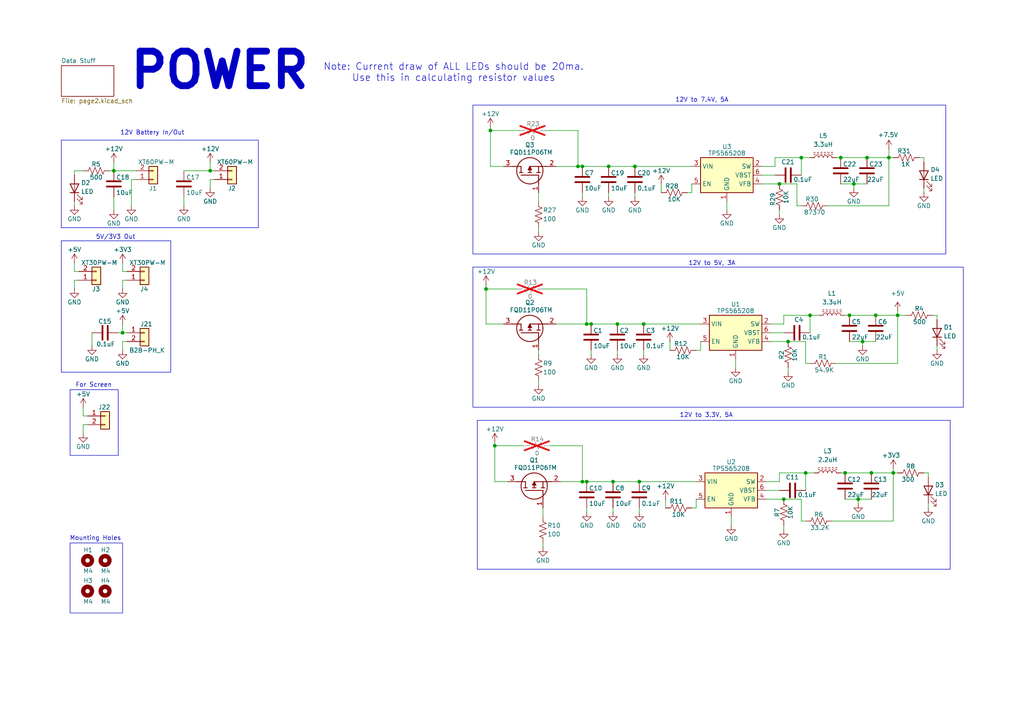
<source format=kicad_sch>
(kicad_sch (version 20250114) (generator "eeschema") (generator_version "9.0")
  (paper "A4")
  (title_block (title "Main Board 2024-2025") (rev "1.1") (company "GRR") (comment 1 "Currently WIP"))
  (lib_symbols
    (symbol "Connector_Generic:Conn_01x02" (pin_names (offset 1.016) (hide yes))
      (property "Reference" "J" (at 0 2.54 0))
      (property "Value" "Conn_01x02" (at 0 -5.08 0))
      (symbol "Conn_01x02_1_1"
        (pin passive line (at -5.08 0 0) (length 3.81) (name "Pin_1") (number "1"))
        (pin passive line (at -5.08 -2.54 0) (length 3.81) (name "Pin_2") (number "2"))
      )
    )
    (symbol "Device:C" (pin_numbers (hide yes)) (pin_names (offset 0.254))
      (property "Reference" "C" (at 0.635 2.54 0))
      (property "Value" "C" (at 0.635 -2.54 0))
      (symbol "C_1_1"
        (pin passive line (at 0 3.81 270) (length 2.794) (name "~") (number "1"))
        (pin passive line (at 0 -3.81 90) (length 2.794) (name "~") (number "2"))
      )
    )
    (symbol "Device:LED" (pin_numbers (hide yes)) (pin_names (offset 1.016) (hide yes))
      (property "Reference" "D" (at 0 2.54 0))
      (property "Value" "LED" (at 0 -2.54 0))
      (symbol "LED_1_1"
        (pin passive line (at -3.81 0 0) (length 2.54) (name "K") (number "1"))
        (pin passive line (at 3.81 0 180) (length 2.54) (name "A") (number "2"))
      )
    )
    (symbol "Device:L_Ferrite" (pin_numbers (hide yes)) (pin_names (offset 1.016) (hide yes))
      (property "Reference" "L" (at -1.27 0 90))
      (property "Value" "L_Ferrite" (at 2.794 0 90))
      (symbol "L_Ferrite_1_1"
        (pin passive line (at 0 3.81 270) (length 1.27) (name "1") (number "1"))
        (pin passive line (at 0 -3.81 90) (length 1.27) (name "2") (number "2"))
      )
    )
    (symbol "Device:R_US" (pin_numbers (hide yes)) (pin_names (offset 0))
      (property "Reference" "R" (at 2.54 0 90))
      (property "Value" "R_US" (at -2.54 0 90))
      (symbol "R_US_1_1"
        (pin passive line (at 0 3.81 270) (length 1.27) (name "~") (number "1"))
        (pin passive line (at 0 -3.81 90) (length 1.27) (name "~") (number "2"))
      )
    )
    (symbol "FQD11P06TM:FQD11P06TM" (pin_names (hide yes))
      (property "Reference" "Q" (at 11.43 3.81 0))
      (property "Value" "FQD11P06TM" (at 11.43 1.27 0))
      (symbol "FQD11P06TM_1_1"
        (pin passive line (at 0 0 0) (length 2.54) (name "G") (number "1"))
        (pin passive line (at 7.62 10.16 270) (length 2.54) (name "D") (number "3"))
        (pin passive line (at 7.62 -5.08 90) (length 2.54) (name "S") (number "2"))
      )
    )
    (symbol "Mechanical:MountingHole" (pin_names (offset 1.016)) (exclude_from_sim yes) (in_bom no)
      (property "Reference" "H" (at 0 5.08 0))
      (property "Value" "MountingHole" (at 0 3.175 0))
    )
    (symbol "Regulator_Switching:TPS565208"
      (property "Reference" "U" (at -7.62 6.35 0))
      (property "Value" "TPS565208" (at -2.54 6.35 0))
      (symbol "TPS565208_1_1"
        (pin power_in line (at -10.16 2.54 0) (length 2.54) (name "VIN") (number "3"))
        (pin input line (at -10.16 -2.54 0) (length 2.54) (name "EN") (number "5"))
        (pin power_in line (at 0 -7.62 90) (length 2.54) (name "GND") (number "1"))
        (pin output line (at 10.16 2.54 180) (length 2.54) (name "SW") (number "2"))
        (pin passive line (at 10.16 0 180) (length 2.54) (name "VBST") (number "6"))
        (pin input line (at 10.16 -2.54 180) (length 2.54) (name "VFB") (number "4"))
      )
    )
    (symbol "power:+12V" (power) (pin_numbers (hide yes)) (pin_names (offset 0) (hide yes))
      (property "Value" "+12V" (at 0 3.556 0))
      (symbol "+12V_1_1"
        (pin power_in line (at 0 0 90) (length 0) (name "~") (number "1"))
      )
    )
    (symbol "power:+3V3" (power) (pin_numbers (hide yes)) (pin_names (offset 0) (hide yes))
      (property "Value" "+3V3" (at 0 3.556 0))
      (symbol "+3V3_1_1"
        (pin power_in line (at 0 0 90) (length 0) (name "~") (number "1"))
      )
    )
    (symbol "power:+5V" (power) (pin_numbers (hide yes)) (pin_names (offset 0) (hide yes))
      (property "Value" "+5V" (at 0 3.556 0))
      (symbol "+5V_1_1"
        (pin power_in line (at 0 0 90) (length 0) (name "~") (number "1"))
      )
    )
    (symbol "power:+7.5V" (power) (pin_numbers (hide yes)) (pin_names (offset 0) (hide yes))
      (property "Value" "+7.5V" (at 0 3.556 0))
      (symbol "+7.5V_1_1"
        (pin power_in line (at 0 0 90) (length 0) (name "~") (number "1"))
      )
    )
    (symbol "power:GND" (power) (pin_numbers (hide yes)) (pin_names (offset 0) (hide yes))
      (property "Value" "GND" (at 0 -3.81 0))
      (symbol "GND_1_1"
        (pin power_in line (at 0 0 270) (length 0) (name "~") (number "1"))
      )
    )
  )
  (rectangle (start 137.16 77.47) (end 279.4 118.11))
  (rectangle (start 17.78 69.85) (end 49.53 107.95))
  (rectangle (start 137.16 30.48) (end 274.32 73.66))
  (rectangle (start 20.32 157.48) (end 35.56 177.8))
  (rectangle (start 20.32 113.03) (end 34.29 132.08))
  (rectangle (start 138.43 121.92) (end 275.59 165.1))
  (rectangle (start 17.78 40.64) (end 74.93 66.04))
  (text "12V Battery In/Out" (at 44.196 38.608 0) (effects (font (size 1.27 1.27))))
  (text "12V to 5V, 3A" (at 206.502 76.454 0) (effects (font (size 1.27 1.27))))
  (text "Mounting Holes" (at 27.686 156.21 0) (effects (font (size 1.27 1.27))))
  (text "For Screen" (at 27.178 111.76 0) (effects (font (size 1.27 1.27))))
  (text "12V to 7.4V, 5A" (at 203.581 29.083 0) (effects (font (size 1.27 1.27))))
  (text "5V/3V3 Out" (at 33.528 68.834 0) (effects (font (size 1.27 1.27))))
  (text "12V to 3.3V, 5A" (at 204.851 120.523 0) (effects (font (size 1.27 1.27))))
  (text "POWER" (at 63.754 20.574 0) (effects (font (size 10 10) (thickness 2) (bold yes))))
  (text "Note: Current draw of ALL LEDs should be 20ma.\nUse this in calculating resistor values" (at 131.572 21.082 0) (effects (font (size 2 2))))
  (junction (at 185.42 139.7))
  (junction (at 33.02 49.53))
  (junction (at 246.38 91.44))
  (junction (at 176.53 48.26))
  (junction (at 167.64 48.26))
  (junction (at 186.69 93.98))
  (junction (at 245.11 137.16))
  (junction (at 142.24 37.846))
  (junction (at 259.08 137.16))
  (junction (at 226.06 53.34))
  (junction (at 232.41 45.72))
  (junction (at 60.96 49.53))
  (junction (at 35.56 96.52))
  (junction (at 168.91 139.7))
  (junction (at 177.8 139.7))
  (junction (at 254 91.44))
  (junction (at 234.95 91.44))
  (junction (at 252.73 137.16))
  (junction (at 170.18 139.7))
  (junction (at 260.35 91.44))
  (junction (at 228.6 99.06))
  (junction (at 248.92 144.78))
  (junction (at 257.81 45.72))
  (junction (at 250.19 99.06))
  (junction (at 227.33 144.78))
  (junction (at 233.68 137.16))
  (junction (at 251.46 45.72))
  (junction (at 143.51 129.286))
  (junction (at 243.84 45.72))
  (junction (at 247.65 53.34))
  (junction (at 140.97 83.82))
  (junction (at 168.91 48.26))
  (junction (at 184.15 48.26))
  (junction (at 179.07 93.98))
  (junction (at 170.18 93.98))
  (junction (at 171.45 93.98))
  (wire (pts (xy 53.34 49.53) (xy 60.96 49.53)))
  (wire (pts (xy 257.81 43.18) (xy 257.81 45.72)))
  (wire (pts (xy 269.24 137.16) (xy 267.97 137.16)))
  (wire (pts (xy 212.09 152.4) (xy 212.09 149.86)))
  (wire (pts (xy 35.56 101.6) (xy 35.56 99.06)))
  (wire (pts (xy 35.56 96.52) (xy 36.83 96.52)))
  (wire (pts (xy 171.45 93.98) (xy 179.07 93.98)))
  (wire (pts (xy 227.33 153.67) (xy 227.33 152.4)))
  (wire (pts (xy 140.97 93.98) (xy 146.05 93.98)))
  (wire (pts (xy 226.06 137.16) (xy 233.68 137.16)))
  (wire (pts (xy 224.79 45.72) (xy 232.41 45.72)))
  (wire (pts (xy 231.14 53.34) (xy 226.06 53.34)))
  (wire (pts (xy 156.21 67.31) (xy 156.21 66.04)))
  (wire (pts (xy 53.34 57.15) (xy 53.34 59.69)))
  (wire (pts (xy 184.15 48.26) (xy 200.66 48.26)))
  (wire (pts (xy 185.42 139.7) (xy 201.93 139.7)))
  (wire (pts (xy 170.18 148.59) (xy 170.18 147.32)))
  (wire (pts (xy 33.02 60.96) (xy 33.02 57.15)))
  (wire (pts (xy 193.04 147.32) (xy 193.04 144.78)))
  (wire (pts (xy 179.07 93.98) (xy 186.69 93.98)))
  (wire (pts (xy 233.68 105.41) (xy 234.95 105.41)))
  (wire (pts (xy 234.95 91.44) (xy 237.49 91.44)))
  (wire (pts (xy 60.96 46.99) (xy 60.96 49.53)))
  (wire (pts (xy 259.08 137.16) (xy 259.08 151.13)))
  (wire (pts (xy 21.59 50.8) (xy 21.59 49.53)))
  (wire (pts (xy 260.35 90.17) (xy 260.35 91.44)))
  (wire (pts (xy 220.98 50.8) (xy 224.79 50.8)))
  (wire (pts (xy 267.97 55.88) (xy 267.97 54.61)))
  (wire (pts (xy 232.41 50.8) (xy 232.41 45.72)))
  (wire (pts (xy 35.56 78.74) (xy 36.83 78.74)))
  (wire (pts (xy 210.82 60.96) (xy 210.82 58.42)))
  (wire (pts (xy 246.38 91.44) (xy 254 91.44)))
  (wire (pts (xy 60.96 49.53) (xy 62.23 49.53)))
  (wire (pts (xy 201.93 101.6) (xy 203.2 101.6)))
  (wire (pts (xy 21.59 76.2) (xy 21.59 78.74)))
  (wire (pts (xy 161.29 93.98) (xy 170.18 93.98)))
  (wire (pts (xy 248.92 144.78) (xy 252.73 144.78)))
  (wire (pts (xy 186.69 93.98) (xy 203.2 93.98)))
  (wire (pts (xy 142.24 37.846) (xy 150.622 37.846)))
  (wire (pts (xy 167.64 48.26) (xy 168.91 48.26)))
  (wire (pts (xy 194.31 101.6) (xy 194.31 99.06)))
  (wire (pts (xy 156.21 102.87) (xy 156.21 101.6)))
  (wire (pts (xy 21.59 78.74) (xy 22.86 78.74)))
  (wire (pts (xy 267.97 45.72) (xy 266.7 45.72)))
  (wire (pts (xy 140.97 82.55) (xy 140.97 83.82)))
  (wire (pts (xy 232.41 45.72) (xy 234.95 45.72)))
  (wire (pts (xy 171.45 102.87) (xy 171.45 101.6)))
  (wire (pts (xy 162.56 139.7) (xy 168.91 139.7)))
  (wire (pts (xy 232.41 144.78) (xy 227.33 144.78)))
  (wire (pts (xy 224.79 48.26) (xy 220.98 48.26)))
  (wire (pts (xy 243.84 45.72) (xy 251.46 45.72)))
  (wire (pts (xy 226.06 62.23) (xy 226.06 60.96)))
  (wire (pts (xy 33.02 49.53) (xy 39.37 49.53)))
  (wire (pts (xy 167.64 37.846) (xy 167.64 48.26)))
  (wire (pts (xy 234.95 96.52) (xy 234.95 91.44)))
  (wire (pts (xy 60.96 54.61) (xy 60.96 52.07)))
  (wire (pts (xy 201.93 147.32) (xy 201.93 144.78)))
  (wire (pts (xy 143.51 139.7) (xy 147.32 139.7)))
  (wire (pts (xy 271.78 92.71) (xy 271.78 91.44)))
  (wire (pts (xy 260.35 91.44) (xy 260.35 105.41)))
  (wire (pts (xy 220.98 53.34) (xy 226.06 53.34)))
  (wire (pts (xy 257.81 59.69) (xy 240.03 59.69)))
  (wire (pts (xy 226.06 137.16) (xy 226.06 139.7)))
  (wire (pts (xy 227.33 93.98) (xy 223.52 93.98)))
  (wire (pts (xy 60.96 52.07) (xy 62.23 52.07)))
  (wire (pts (xy 247.65 54.61) (xy 247.65 53.34)))
  (wire (pts (xy 142.24 37.846) (xy 142.24 48.26)))
  (wire (pts (xy 140.97 83.82) (xy 140.97 93.98)))
  (wire (pts (xy 250.19 99.06) (xy 254 99.06)))
  (wire (pts (xy 260.35 137.16) (xy 259.08 137.16)))
  (wire (pts (xy 262.89 91.44) (xy 260.35 91.44)))
  (wire (pts (xy 156.21 111.76) (xy 156.21 110.49)))
  (wire (pts (xy 21.59 58.42) (xy 21.59 59.69)))
  (wire (pts (xy 222.25 144.78) (xy 227.33 144.78)))
  (wire (pts (xy 233.68 142.24) (xy 233.68 137.16)))
  (wire (pts (xy 232.41 151.13) (xy 232.41 144.78)))
  (wire (pts (xy 245.11 91.44) (xy 246.38 91.44)))
  (wire (pts (xy 157.48 149.86) (xy 157.48 147.32)))
  (wire (pts (xy 254 91.44) (xy 260.35 91.44)))
  (wire (pts (xy 176.53 57.15) (xy 176.53 55.88)))
  (wire (pts (xy 143.51 129.286) (xy 143.51 139.7)))
  (wire (pts (xy 24.13 120.65) (xy 25.4 120.65)))
  (wire (pts (xy 245.11 137.16) (xy 252.73 137.16)))
  (wire (pts (xy 223.52 96.52) (xy 227.33 96.52)))
  (wire (pts (xy 156.21 58.42) (xy 156.21 55.88)))
  (wire (pts (xy 269.24 147.32) (xy 269.24 146.05)))
  (wire (pts (xy 159.512 129.286) (xy 168.91 129.286)))
  (wire (pts (xy 233.68 105.41) (xy 233.68 99.06)))
  (wire (pts (xy 243.84 53.34) (xy 247.65 53.34)))
  (wire (pts (xy 143.51 129.286) (xy 151.892 129.286)))
  (wire (pts (xy 245.11 144.78) (xy 248.92 144.78)))
  (wire (pts (xy 200.66 55.88) (xy 200.66 53.34)))
  (wire (pts (xy 231.14 59.69) (xy 231.14 53.34)))
  (wire (pts (xy 143.51 128.27) (xy 143.51 129.286)))
  (wire (pts (xy 227.33 91.44) (xy 234.95 91.44)))
  (wire (pts (xy 168.91 129.286) (xy 168.91 139.7)))
  (wire (pts (xy 259.08 135.89) (xy 259.08 137.16)))
  (wire (pts (xy 157.48 158.75) (xy 157.48 157.48)))
  (wire (pts (xy 223.52 99.06) (xy 228.6 99.06)))
  (wire (pts (xy 24.13 123.19) (xy 25.4 123.19)))
  (wire (pts (xy 33.02 46.99) (xy 33.02 49.53)))
  (wire (pts (xy 35.56 81.28) (xy 36.83 81.28)))
  (wire (pts (xy 200.66 147.32) (xy 201.93 147.32)))
  (wire (pts (xy 35.56 99.06) (xy 36.83 99.06)))
  (wire (pts (xy 233.68 99.06) (xy 228.6 99.06)))
  (wire (pts (xy 24.13 125.73) (xy 24.13 123.19)))
  (wire (pts (xy 257.81 45.72) (xy 257.81 59.69)))
  (wire (pts (xy 259.08 151.13) (xy 241.3 151.13)))
  (wire (pts (xy 176.53 48.26) (xy 184.15 48.26)))
  (wire (pts (xy 186.69 102.87) (xy 186.69 101.6)))
  (wire (pts (xy 226.06 139.7) (xy 222.25 139.7)))
  (wire (pts (xy 222.25 142.24) (xy 226.06 142.24)))
  (wire (pts (xy 259.08 45.72) (xy 257.81 45.72)))
  (wire (pts (xy 38.1 52.07) (xy 39.37 52.07)))
  (wire (pts (xy 161.29 48.26) (xy 167.64 48.26)))
  (wire (pts (xy 267.97 46.99) (xy 267.97 45.72)))
  (wire (pts (xy 246.38 99.06) (xy 250.19 99.06)))
  (wire (pts (xy 170.18 139.7) (xy 177.8 139.7)))
  (wire (pts (xy 260.35 105.41) (xy 242.57 105.41)))
  (wire (pts (xy 177.8 148.59) (xy 177.8 147.32)))
  (wire (pts (xy 233.68 137.16) (xy 236.22 137.16)))
  (wire (pts (xy 158.242 37.846) (xy 167.64 37.846)))
  (wire (pts (xy 168.91 57.15) (xy 168.91 55.88)))
  (wire (pts (xy 177.8 139.7) (xy 185.42 139.7)))
  (wire (pts (xy 26.67 100.33) (xy 26.67 96.52)))
  (wire (pts (xy 157.48 83.82) (xy 170.18 83.82)))
  (wire (pts (xy 252.73 137.16) (xy 259.08 137.16)))
  (wire (pts (xy 242.57 45.72) (xy 243.84 45.72)))
  (wire (pts (xy 142.24 36.83) (xy 142.24 37.846)))
  (wire (pts (xy 21.59 49.53) (xy 24.13 49.53)))
  (wire (pts (xy 140.97 83.82) (xy 149.86 83.82)))
  (wire (pts (xy 184.15 57.15) (xy 184.15 55.88)))
  (wire (pts (xy 227.33 91.44) (xy 227.33 93.98)))
  (wire (pts (xy 199.39 55.88) (xy 200.66 55.88)))
  (wire (pts (xy 170.18 83.82) (xy 170.18 93.98)))
  (wire (pts (xy 34.29 96.52) (xy 35.56 96.52)))
  (wire (pts (xy 213.36 106.68) (xy 213.36 104.14)))
  (wire (pts (xy 35.56 76.2) (xy 35.56 78.74)))
  (wire (pts (xy 269.24 138.43) (xy 269.24 137.16)))
  (wire (pts (xy 179.07 102.87) (xy 179.07 101.6)))
  (wire (pts (xy 31.75 49.53) (xy 33.02 49.53)))
  (wire (pts (xy 247.65 53.34) (xy 251.46 53.34)))
  (wire (pts (xy 191.77 55.88) (xy 191.77 53.34)))
  (wire (pts (xy 203.2 101.6) (xy 203.2 99.06)))
  (wire (pts (xy 170.18 93.98) (xy 171.45 93.98)))
  (wire (pts (xy 142.24 48.26) (xy 146.05 48.26)))
  (wire (pts (xy 168.91 139.7) (xy 170.18 139.7)))
  (wire (pts (xy 271.78 91.44) (xy 270.51 91.44)))
  (wire (pts (xy 185.42 148.59) (xy 185.42 147.32)))
  (wire (pts (xy 271.78 101.6) (xy 271.78 100.33)))
  (wire (pts (xy 224.79 45.72) (xy 224.79 48.26)))
  (wire (pts (xy 38.1 59.69) (xy 38.1 52.07)))
  (wire (pts (xy 251.46 45.72) (xy 257.81 45.72)))
  (wire (pts (xy 35.56 83.82) (xy 35.56 81.28)))
  (wire (pts (xy 21.59 81.28) (xy 22.86 81.28)))
  (wire (pts (xy 232.41 151.13) (xy 233.68 151.13)))
  (wire (pts (xy 243.84 137.16) (xy 245.11 137.16)))
  (wire (pts (xy 35.56 93.98) (xy 35.56 96.52)))
  (wire (pts (xy 21.59 83.82) (xy 21.59 81.28)))
  (wire (pts (xy 168.91 48.26) (xy 176.53 48.26)))
  (wire (pts (xy 228.6 107.95) (xy 228.6 106.68)))
  (wire (pts (xy 248.92 146.05) (xy 248.92 144.78)))
  (wire (pts (xy 250.19 100.33) (xy 250.19 99.06)))
  (wire (pts (xy 24.13 118.11) (xy 24.13 120.65)))
  (wire (pts (xy 231.14 59.69) (xy 232.41 59.69)))
  (symbol (lib_id "Device:R_US") (at 153.67 83.82 270) (unit 1) (dnp yes)
    (property "Reference" "R13" (at 151.8921 81.915 90) (effects (justify left)))
    (property "Value" "0" (at 153.0351 85.979 90) (effects (justify left)))
    (property "Footprint" "Resistor_SMD:R_1210_3225Metric_Pad1.30x2.65mm_HandSolder" (effects (hide yes)))
    (property "Description" "Resistor, US symbol" (effects (hide yes)))
  )
  (symbol (lib_id "Device:C") (at 177.8 143.51 0) (unit 1)
    (property "Reference" "C8" (at 178.435 141.6049 0) (effects (justify left)))
    (property "Value" "10uF" (at 178.435 146.0499 0) (effects (justify left)))
    (property "Footprint" "Capacitor_SMD:C_0805_2012Metric_Pad1.18x1.45mm_HandSolder" (effects (hide yes)))
    (property "Description" "Unpolarized capacitor" (effects (hide yes)))
  )
  (symbol (lib_id "Device:C") (at 176.53 52.07 0) (unit 1)
    (property "Reference" "C19" (at 177.165 50.1649 0) (effects (justify left)))
    (property "Value" "10uF" (at 177.165 54.6099 0) (effects (justify left)))
    (property "Footprint" "Capacitor_SMD:C_0805_2012Metric_Pad1.18x1.45mm_HandSolder" (effects (hide yes)))
    (property "Description" "Unpolarized capacitor" (effects (hide yes)))
  )
  (symbol (lib_id "power:GND") (at 38.1 59.69 0) (unit 1)
    (property "Reference" "#PWR02" (effects (hide yes)))
    (property "Value" "GND" (at 38.1 63.5 0))
    (property "Description" "Power symbol creates a global label with name \"GND\" , ground" (effects (hide yes)))
  )
  (symbol (lib_id "Device:R_US") (at 198.12 101.6 90) (unit 1)
    (property "Reference" "R12" (at 199.3899 99.695 90) (effects (justify left)))
    (property "Value" "10K" (at 200.0249 103.505 90) (effects (justify left)))
    (property "Footprint" "Resistor_SMD:R_0805_2012Metric_Pad1.20x1.40mm_HandSolder" (effects (hide yes)))
    (property "Description" "Resistor, US symbol" (effects (hide yes)))
  )
  (symbol (lib_id "power:GND") (at 21.59 83.82 0) (unit 1)
    (property "Reference" "#PWR06" (effects (hide yes)))
    (property "Value" "GND" (at 21.59 87.63 0))
    (property "Description" "Power symbol creates a global label with name \"GND\" , ground" (effects (hide yes)))
  )
  (symbol (lib_id "Device:R_US") (at 154.432 37.846 270) (unit 1) (dnp yes)
    (property "Reference" "R23" (at 152.6541 35.941 90) (effects (justify left)))
    (property "Value" "0" (at 153.7971 40.005 90) (effects (justify left)))
    (property "Footprint" "Resistor_SMD:R_1210_3225Metric_Pad1.30x2.65mm_HandSolder" (effects (hide yes)))
    (property "Description" "Resistor, US symbol" (effects (hide yes)))
  )
  (symbol (lib_id "power:GND") (at 156.21 111.76 0) (unit 1)
    (property "Reference" "#PWR029" (effects (hide yes)))
    (property "Value" "GND" (at 156.21 115.57 0))
    (property "Description" "Power symbol creates a global label with name \"GND\" , ground" (effects (hide yes)))
  )
  (symbol (lib_id "Device:R_US") (at 155.702 129.286 270) (unit 1) (dnp yes)
    (property "Reference" "R14" (at 153.9241 127.381 90) (effects (justify left)))
    (property "Value" "0" (at 155.0671 131.445 90) (effects (justify left)))
    (property "Footprint" "Resistor_SMD:R_1210_3225Metric_Pad1.30x2.65mm_HandSolder" (effects (hide yes)))
    (property "Description" "Resistor, US symbol" (effects (hide yes)))
  )
  (symbol (lib_id "power:+12V") (at 60.96 46.99 0) (unit 1)
    (property "Reference" "#PWR03" (effects (hide yes)))
    (property "Value" "+12V" (at 60.96 43.18 0))
    (property "Description" "Power symbol creates a global label with name \"+12V\"" (effects (hide yes)))
  )
  (symbol (lib_id "Device:C") (at 228.6 50.8 90) (unit 1)
    (property "Reference" "C21" (at 230.5049 46.99 90) (effects (justify left)))
    (property "Value" "0.1uF" (at 235.5849 52.07 90) (effects (justify left)))
    (property "Footprint" "Capacitor_SMD:C_0805_2012Metric_Pad1.18x1.45mm_HandSolder" (effects (hide yes)))
    (property "Description" "Unpolarized capacitor" (effects (hide yes)))
  )
  (symbol (lib_id "power:GND") (at 177.8 148.59 0) (unit 1)
    (property "Reference" "#PWR021" (effects (hide yes)))
    (property "Value" "GND" (at 177.8 152.4 0))
    (property "Description" "Power symbol creates a global label with name \"GND\" , ground" (effects (hide yes)))
  )
  (symbol (lib_id "Device:C") (at 184.15 52.07 0) (unit 1)
    (property "Reference" "C20" (at 184.785 50.1649 0) (effects (justify left)))
    (property "Value" "0.1uF" (at 184.785 54.6099 0) (effects (justify left)))
    (property "Footprint" "Capacitor_SMD:C_0805_2012Metric_Pad1.18x1.45mm_HandSolder" (effects (hide yes)))
    (property "Description" "Unpolarized capacitor" (effects (hide yes)))
  )
  (symbol (lib_id "Regulator_Switching:TPS565208") (at 210.82 50.8 0) (unit 1)
    (property "Reference" "U3" (at 210.82 42.545 0))
    (property "Value" "TPS565208" (at 210.82 44.45 0))
    (property "Footprint" "Package_TO_SOT_SMD:SOT-23-6" (effects (hide yes)))
    (property "Datasheet" "http://www.ti.com/lit/ds/symlink/tps565208.pdf" (effects (hide yes)))
    (property "Description" "5A Synchronous Step-Down Voltage Regulator, Adjustable Output Voltage, 4.5-17V Input Voltage, SOT-23-6" (effects (hide yes)))
  )
  (symbol (lib_id "Device:R_US") (at 236.22 59.69 90) (unit 1)
    (property "Reference" "R30" (at 237.4899 57.785 90) (effects (justify left)))
    (property "Value" "87370" (at 239.3949 61.595 90) (effects (justify left)))
    (property "Footprint" "Resistor_SMD:R_0805_2012Metric_Pad1.20x1.40mm_HandSolder" (effects (hide yes)))
    (property "Description" "Resistor, US symbol" (effects (hide yes)))
  )
  (symbol (lib_id "Connector_Generic:Conn_01x02") (at 67.31 52.07 0) (mirror x) (unit 1)
    (property "Reference" "J2" (at 66.04 54.6101 0) (effects (justify left)))
    (property "Value" "XT60PW-M" (at 62.865 46.9901 0) (effects (justify left)))
    (property "Footprint" "Connector_AMASS:AMASS_XT60PW-M_1x02_P7.20mm_Horizontal" (effects (hide yes)))
    (property "Description" "Generic connector, single row, 01x02, script generated (kicad-library-utils/schlib/autogen/connector/)" (effects (hide yes)))
  )
  (symbol (lib_id "power:GND") (at 267.97 55.88 0) (unit 1)
    (property "Reference" "#PWR068" (effects (hide yes)))
    (property "Value" "GND" (at 267.97 59.69 0))
    (property "Description" "Power symbol creates a global label with name \"GND\" , ground" (effects (hide yes)))
  )
  (symbol (lib_id "Regulator_Switching:TPS565208") (at 212.09 142.24 0) (unit 1)
    (property "Reference" "U2" (at 212.09 133.985 0))
    (property "Value" "TPS565208" (at 212.09 135.89 0))
    (property "Footprint" "Package_TO_SOT_SMD:SOT-23-6" (effects (hide yes)))
    (property "Datasheet" "http://www.ti.com/lit/ds/symlink/tps565208.pdf" (effects (hide yes)))
    (property "Description" "5A Synchronous Step-Down Voltage Regulator, Adjustable Output Voltage, 4.5-17V Input Voltage, SOT-23-6" (effects (hide yes)))
  )
  (symbol (lib_id "Device:L_Ferrite") (at 238.76 45.72 90) (unit 1)
    (property "Reference" "L5" (at 238.76 39.37 90))
    (property "Value" "3.3uH" (at 238.76 41.91 90))
    (property "Footprint" "Inductor_SMD:L_Abracon_ASPI-0630LR" (effects (hide yes)))
    (property "Description" "Inductor with ferrite core" (effects (hide yes)))
  )
  (symbol (lib_id "power:GND") (at 176.53 57.15 0) (unit 1)
    (property "Reference" "#PWR059" (effects (hide yes)))
    (property "Value" "GND" (at 176.53 60.96 0))
    (property "Description" "Power symbol creates a global label with name \"GND\" , ground" (effects (hide yes)))
  )
  (symbol (lib_id "power:+5V") (at 260.35 90.17 0) (unit 1)
    (property "Reference" "#PWR084" (effects (hide yes)))
    (property "Value" "+5V" (at 260.35 85.09 0))
    (property "Description" "Power symbol creates a global label with name \"+5V\"" (effects (hide yes)))
  )
  (symbol (lib_id "power:GND") (at 227.33 153.67 0) (unit 1)
    (property "Reference" "#PWR026" (effects (hide yes)))
    (property "Value" "GND" (at 227.33 157.48 0))
    (property "Description" "Power symbol creates a global label with name \"GND\" , ground" (effects (hide yes)))
  )
  (symbol (lib_id "Device:C") (at 171.45 97.79 0) (unit 1)
    (property "Reference" "C1" (at 172.085 95.8849 0) (effects (justify left)))
    (property "Value" "10uF" (at 172.085 100.3299 0) (effects (justify left)))
    (property "Footprint" "Capacitor_SMD:C_0805_2012Metric_Pad1.18x1.45mm_HandSolder" (effects (hide yes)))
    (property "Description" "Unpolarized capacitor" (effects (hide yes)))
  )
  (symbol (lib_id "power:GND") (at 157.48 158.75 0) (unit 1)
    (property "Reference" "#PWR024" (effects (hide yes)))
    (property "Value" "GND" (at 157.48 162.56 0))
    (property "Description" "Power symbol creates a global label with name \"GND\" , ground" (effects (hide yes)))
  )
  (symbol (lib_id "Device:C") (at 246.38 95.25 0) (unit 1)
    (property "Reference" "C5" (at 247.015 93.3449 0) (effects (justify left)))
    (property "Value" "22uF" (at 247.015 97.7899 0) (effects (justify left)))
    (property "Footprint" "Capacitor_SMD:C_0805_2012Metric_Pad1.18x1.45mm_HandSolder" (effects (hide yes)))
    (property "Description" "Unpolarized capacitor" (effects (hide yes)))
  )
  (symbol (lib_id "Device:C") (at 254 95.25 0) (unit 1)
    (property "Reference" "C6" (at 254.635 93.3449 0) (effects (justify left)))
    (property "Value" "22uF" (at 254 97.7899 0) (effects (justify left)))
    (property "Footprint" "Capacitor_SMD:C_0805_2012Metric_Pad1.18x1.45mm_HandSolder" (effects (hide yes)))
    (property "Description" "Unpolarized capacitor" (effects (hide yes)))
  )
  (symbol (lib_id "Device:C") (at 252.73 140.97 0) (unit 1)
    (property "Reference" "C13" (at 253.365 139.0649 0) (effects (justify left)))
    (property "Value" "22uF" (at 252.73 143.5099 0) (effects (justify left)))
    (property "Footprint" "Capacitor_SMD:C_0805_2012Metric_Pad1.18x1.45mm_HandSolder" (effects (hide yes)))
    (property "Description" "Unpolarized capacitor" (effects (hide yes)))
  )
  (symbol (lib_id "Connector_Generic:Conn_01x02") (at 27.94 81.28 0) (mirror x) (unit 1)
    (property "Reference" "J3" (at 26.67 83.8201 0) (effects (justify left)))
    (property "Value" "XT30PW-M" (at 23.495 76.2001 0) (effects (justify left)))
    (property "Footprint" "Connector_AMASS:AMASS_XT30PW-M_1x02_P2.50mm_Horizontal" (effects (hide yes)))
    (property "Description" "Generic connector, single row, 01x02, script generated (kicad-library-utils/schlib/autogen/connector/)" (effects (hide yes)))
  )
  (symbol (lib_id "Device:C") (at 168.91 52.07 0) (unit 1)
    (property "Reference" "C7" (at 169.545 50.1649 0) (effects (justify left)))
    (property "Value" "10uF" (at 169.545 54.6099 0) (effects (justify left)))
    (property "Footprint" "Capacitor_SMD:C_0805_2012Metric_Pad1.18x1.45mm_HandSolder" (effects (hide yes)))
    (property "Description" "Unpolarized capacitor" (effects (hide yes)))
  )
  (symbol (lib_id "Device:C") (at 245.11 140.97 0) (unit 1)
    (property "Reference" "C12" (at 245.745 139.0649 0) (effects (justify left)))
    (property "Value" "22uF" (at 245.745 143.5099 0) (effects (justify left)))
    (property "Footprint" "Capacitor_SMD:C_0805_2012Metric_Pad1.18x1.45mm_HandSolder" (effects (hide yes)))
    (property "Description" "Unpolarized capacitor" (effects (hide yes)))
  )
  (symbol (lib_id "Connector_Generic:Conn_01x02") (at 41.91 81.28 0) (mirror x) (unit 1)
    (property "Reference" "J4" (at 40.64 83.8201 0) (effects (justify left)))
    (property "Value" "XT30PW-M" (at 37.465 76.2001 0) (effects (justify left)))
    (property "Footprint" "Connector_AMASS:AMASS_XT30PW-M_1x02_P2.50mm_Horizontal" (effects (hide yes)))
    (property "Description" "Generic connector, single row, 01x02, script generated (kicad-library-utils/schlib/autogen/connector/)" (effects (hide yes)))
  )
  (symbol (lib_id "power:GND") (at 228.6 107.95 0) (unit 1)
    (property "Reference" "#PWR016" (effects (hide yes)))
    (property "Value" "GND" (at 228.6 111.76 0))
    (property "Description" "Power symbol creates a global label with name \"GND\" , ground" (effects (hide yes)))
  )
  (symbol (lib_id "power:GND") (at 212.09 152.4 0) (unit 1)
    (property "Reference" "#PWR020" (effects (hide yes)))
    (property "Value" "GND" (at 212.09 156.21 0))
    (property "Description" "Power symbol creates a global label with name \"GND\" , ground" (effects (hide yes)))
  )
  (symbol (lib_id "power:+12V") (at 193.04 144.78 0) (unit 1)
    (property "Reference" "#PWR043" (effects (hide yes)))
    (property "Value" "+12V" (at 193.04 140.97 0))
    (property "Description" "Power symbol creates a global label with name \"+12V\"" (effects (hide yes)))
  )
  (symbol (lib_id "power:GND") (at 168.91 57.15 0) (unit 1)
    (property "Reference" "#PWR058" (effects (hide yes)))
    (property "Value" "GND" (at 168.91 60.96 0))
    (property "Description" "Power symbol creates a global label with name \"GND\" , ground" (effects (hide yes)))
  )
  (symbol (lib_id "power:GND") (at 269.24 147.32 0) (unit 1)
    (property "Reference" "#PWR028" (effects (hide yes)))
    (property "Value" "GND" (at 269.24 151.13 0))
    (property "Description" "Power symbol creates a global label with name \"GND\" , ground" (effects (hide yes)))
  )
  (symbol (lib_id "power:GND") (at 53.34 59.69 0) (unit 1)
    (property "Reference" "#PWR09" (effects (hide yes)))
    (property "Value" "GND" (at 53.34 63.5 0))
    (property "Description" "Power symbol creates a global label with name \"GND\" , ground" (effects (hide yes)))
  )
  (symbol (lib_id "FQD11P06TM:FQD11P06TM") (at 156.21 55.88 90) (unit 1)
    (property "Reference" "Q3" (at 153.67 42.037 90))
    (property "Value" "FQD11P06TM" (at 154.051 44.196 90))
    (property "Footprint" "Package_TO_SOT_SMD:TO-252-2" (effects (hide yes)))
    (property "Datasheet" "https://www.onsemi.com/pub/Collateral/FQU11P06-D.pdf" (effects (hide yes)))
    (property "Description" "FQD11P06TM P-Channel MOSFET, 9.4 A, 60 V, 3-Pin DPAK ON Semiconductor" (effects (hide yes)))
    (property "Manufacturer_Name" "onsemi" (effects (hide yes)))
    (property "Manufacturer_Part_Number" "FQD11P06TM" (effects (hide yes)))
    (property "Mouser Part Number" "512-FQD11P06TM" (effects (hide yes)))
    (property "Mouser Price/Stock" "https://www.mouser.co.uk/ProductDetail/onsemi-Fairchild/FQD11P06TM?qs=aUdwP37Aar2Cp7hVoReodQ%3D%3D" (effects (hide yes)))
    (property "Arrow Part Number" "FQD11P06TM" (effects (hide yes)))
    (property "Arrow Price/Stock" "https://www.arrow.com/en/products/fqd11p06tm/on-semiconductor?region=nac" (effects (hide yes)))
  )
  (symbol (lib_id "power:+5V") (at 35.56 93.98 0) (unit 1)
    (property "Reference" "#PWR087" (effects (hide yes)))
    (property "Value" "+5V" (at 35.56 90.17 0))
    (property "Description" "Power symbol creates a global label with name \"+5V\"" (effects (hide yes)))
  )
  (symbol (lib_id "power:GND") (at 171.45 102.87 0) (unit 1)
    (property "Reference" "#PWR011" (effects (hide yes)))
    (property "Value" "GND" (at 171.45 106.68 0))
    (property "Description" "Power symbol creates a global label with name \"GND\" , ground" (effects (hide yes)))
  )
  (symbol (lib_id "Device:R_US") (at 157.48 153.67 0) (unit 1)
    (property "Reference" "R10" (at 158.75 152.3999 0) (effects (justify left)))
    (property "Value" "100" (at 158.75 154.9399 0) (effects (justify left)))
    (property "Footprint" "Resistor_SMD:R_0805_2012Metric_Pad1.20x1.40mm_HandSolder" (effects (hide yes)))
    (property "Description" "Resistor, US symbol" (effects (hide yes)))
  )
  (symbol (lib_id "power:GND") (at 248.92 146.05 0) (unit 1)
    (property "Reference" "#PWR027" (effects (hide yes)))
    (property "Value" "GND" (at 248.92 149.86 0))
    (property "Description" "Power symbol creates a global label with name \"GND\" , ground" (effects (hide yes)))
  )
  (symbol (lib_id "power:+12V") (at 143.51 128.27 0) (unit 1)
    (property "Reference" "#PWR030" (effects (hide yes)))
    (property "Value" "+12V" (at 143.51 124.46 0))
    (property "Description" "Power symbol creates a global label with name \"+12V\"" (effects (hide yes)))
  )
  (symbol (lib_id "Device:C") (at 179.07 97.79 0) (unit 1)
    (property "Reference" "C2" (at 179.705 95.8849 0) (effects (justify left)))
    (property "Value" "10uF" (at 179.705 100.3299 0) (effects (justify left)))
    (property "Footprint" "Capacitor_SMD:C_0805_2012Metric_Pad1.18x1.45mm_HandSolder" (effects (hide yes)))
    (property "Description" "Unpolarized capacitor" (effects (hide yes)))
  )
  (symbol (lib_id "power:+12V") (at 191.77 53.34 0) (unit 1)
    (property "Reference" "#PWR061" (effects (hide yes)))
    (property "Value" "+12V" (at 191.77 49.53 0))
    (property "Description" "Power symbol creates a global label with name \"+12V\"" (effects (hide yes)))
  )
  (symbol (lib_id "Device:R_US") (at 156.21 106.68 0) (unit 1)
    (property "Reference" "R9" (at 157.48 105.4099 0) (effects (justify left)))
    (property "Value" "100" (at 157.48 107.9499 0) (effects (justify left)))
    (property "Footprint" "Resistor_SMD:R_0805_2012Metric_Pad1.20x1.40mm_HandSolder" (effects (hide yes)))
    (property "Description" "Resistor, US symbol" (effects (hide yes)))
  )
  (symbol (lib_id "Device:R_US") (at 227.33 148.59 180) (unit 1)
    (property "Reference" "R7" (at 225.425 147.3201 90) (effects (justify left)))
    (property "Value" "10K" (at 229.235 146.6851 90) (effects (justify left)))
    (property "Footprint" "Resistor_SMD:R_0805_2012Metric_Pad1.20x1.40mm_HandSolder" (effects (hide yes)))
    (property "Description" "Resistor, US symbol" (effects (hide yes)))
  )
  (symbol (lib_id "Device:C") (at 186.69 97.79 0) (unit 1)
    (property "Reference" "C3" (at 187.325 95.8849 0) (effects (justify left)))
    (property "Value" "0.1uF" (at 187.325 100.3299 0) (effects (justify left)))
    (property "Footprint" "Capacitor_SMD:C_0805_2012Metric_Pad1.18x1.45mm_HandSolder" (effects (hide yes)))
    (property "Description" "Unpolarized capacitor" (effects (hide yes)))
  )
  (symbol (lib_id "Device:C") (at 30.48 96.52 90) (unit 1)
    (property "Reference" "C15" (at 32.3849 93.218 90) (effects (justify left)))
    (property "Value" "0.1uF" (at 33.4009 99.822 90) (effects (justify left)))
    (property "Footprint" "Capacitor_SMD:C_0805_2012Metric_Pad1.18x1.45mm_HandSolder" (effects (hide yes)))
    (property "Description" "Unpolarized capacitor" (effects (hide yes)))
  )
  (symbol (lib_id "Device:R_US") (at 264.16 137.16 90) (unit 1)
    (property "Reference" "R8" (at 265.4299 135.255 90) (effects (justify left)))
    (property "Value" "300" (at 265.3029 139.065 90) (effects (justify left)))
    (property "Footprint" "Resistor_SMD:R_0805_2012Metric_Pad1.20x1.40mm_HandSolder" (effects (hide yes)))
    (property "Description" "Resistor, US symbol" (effects (hide yes)))
  )
  (symbol (lib_id "Mechanical:MountingHole") (at 30.48 162.56 0) (unit 1) (exclude_from_sim yes) (in_bom no)
    (property "Reference" "H2" (at 29.21 159.5119 0) (effects (justify left)))
    (property "Value" "M4" (at 29.21 165.6079 0) (effects (justify left)))
    (property "Footprint" "MountingHole:MountingHole_4.3mm_M4_DIN965" (effects (hide yes)))
    (property "Description" "Mounting Hole without connection" (effects (hide yes)))
  )
  (symbol (lib_id "FQD11P06TM:FQD11P06TM") (at 157.48 147.32 90) (unit 1)
    (property "Reference" "Q1" (at 154.94 133.477 90))
    (property "Value" "FQD11P06TM" (at 155.321 135.636 90))
    (property "Footprint" "Package_TO_SOT_SMD:TO-252-2" (effects (hide yes)))
    (property "Datasheet" "https://www.onsemi.com/pub/Collateral/FQU11P06-D.pdf" (effects (hide yes)))
    (property "Description" "FQD11P06TM P-Channel MOSFET, 9.4 A, 60 V, 3-Pin DPAK ON Semiconductor" (effects (hide yes)))
    (property "Manufacturer_Name" "onsemi" (effects (hide yes)))
    (property "Manufacturer_Part_Number" "FQD11P06TM" (effects (hide yes)))
    (property "Mouser Part Number" "512-FQD11P06TM" (effects (hide yes)))
    (property "Mouser Price/Stock" "https://www.mouser.co.uk/ProductDetail/onsemi-Fairchild/FQD11P06TM?qs=aUdwP37Aar2Cp7hVoReodQ%3D%3D" (effects (hide yes)))
    (property "Arrow Part Number" "FQD11P06TM" (effects (hide yes)))
    (property "Arrow Price/Stock" "https://www.arrow.com/en/products/fqd11p06tm/on-semiconductor?region=nac" (effects (hide yes)))
  )
  (symbol (lib_id "power:+12V") (at 33.02 46.99 0) (unit 1)
    (property "Reference" "#PWR01" (effects (hide yes)))
    (property "Value" "+12V" (at 33.02 43.18 0))
    (property "Description" "Power symbol creates a global label with name \"+12V\"" (effects (hide yes)))
  )
  (symbol (lib_id "Mechanical:MountingHole") (at 25.4 171.45 0) (unit 1) (exclude_from_sim yes) (in_bom no)
    (property "Reference" "H3" (at 24.13 168.4019 0) (effects (justify left)))
    (property "Value" "M4" (at 24.13 174.4979 0) (effects (justify left)))
    (property "Footprint" "MountingHole:MountingHole_4.3mm_M4_DIN965" (effects (hide yes)))
    (property "Description" "Mounting Hole without connection" (effects (hide yes)))
  )
  (symbol (lib_id "Device:LED") (at 271.78 96.52 90) (unit 1)
    (property "Reference" "D1" (at 273.685 94.9324 90) (effects (justify right)))
    (property "Value" "LED" (at 273.685 97.4724 90) (effects (justify right)))
    (property "Footprint" "Diode_SMD:D_0805_2012Metric_Pad1.15x1.40mm_HandSolder" (effects (hide yes)))
    (property "Description" "Light emitting diode" (effects (hide yes)))
  )
  (symbol (lib_id "power:GND") (at 247.65 54.61 0) (unit 1)
    (property "Reference" "#PWR066" (effects (hide yes)))
    (property "Value" "GND" (at 247.65 58.42 0))
    (property "Description" "Power symbol creates a global label with name \"GND\" , ground" (effects (hide yes)))
  )
  (symbol (lib_id "power:+7.5V") (at 257.81 43.18 0) (unit 1)
    (property "Reference" "#PWR067" (effects (hide yes)))
    (property "Value" "+7.5V" (at 257.556 39.116 0))
    (property "Description" "Power symbol creates a global label with name \"+7.5V\"" (effects (hide yes)))
  )
  (symbol (lib_id "Device:LED") (at 267.97 50.8 90) (unit 1)
    (property "Reference" "D4" (at 269.875 49.2124 90) (effects (justify right)))
    (property "Value" "LED" (at 269.875 51.7524 90) (effects (justify right)))
    (property "Footprint" "Diode_SMD:D_0805_2012Metric_Pad1.15x1.40mm_HandSolder" (effects (hide yes)))
    (property "Description" "Light emitting diode" (effects (hide yes)))
  )
  (symbol (lib_id "power:GND") (at 271.78 101.6 0) (unit 1)
    (property "Reference" "#PWR018" (effects (hide yes)))
    (property "Value" "GND" (at 271.78 105.41 0))
    (property "Description" "Power symbol creates a global label with name \"GND\" , ground" (effects (hide yes)))
  )
  (symbol (lib_id "Device:C") (at 229.87 142.24 90) (unit 1)
    (property "Reference" "C11" (at 231.7749 138.43 90) (effects (justify left)))
    (property "Value" "0.1uF" (at 236.8549 143.51 90) (effects (justify left)))
    (property "Footprint" "Capacitor_SMD:C_0805_2012Metric_Pad1.18x1.45mm_HandSolder" (effects (hide yes)))
    (property "Description" "Unpolarized capacitor" (effects (hide yes)))
  )
  (symbol (lib_id "power:GND") (at 156.21 67.31 0) (unit 1)
    (property "Reference" "#PWR052" (effects (hide yes)))
    (property "Value" "GND" (at 156.21 71.12 0))
    (property "Description" "Power symbol creates a global label with name \"GND\" , ground" (effects (hide yes)))
  )
  (symbol (lib_id "Device:R_US") (at 237.49 151.13 90) (unit 1)
    (property "Reference" "R6" (at 238.7599 149.225 90) (effects (justify left)))
    (property "Value" "33.2K" (at 240.6649 153.035 90) (effects (justify left)))
    (property "Footprint" "Resistor_SMD:R_0805_2012Metric_Pad1.20x1.40mm_HandSolder" (effects (hide yes)))
    (property "Description" "Resistor, US symbol" (effects (hide yes)))
  )
  (symbol (lib_id "Device:C") (at 170.18 143.51 0) (unit 1)
    (property "Reference" "C10" (at 170.815 141.6049 0) (effects (justify left)))
    (property "Value" "10uF" (at 170.815 146.0499 0) (effects (justify left)))
    (property "Footprint" "Capacitor_SMD:C_0805_2012Metric_Pad1.18x1.45mm_HandSolder" (effects (hide yes)))
    (property "Description" "Unpolarized capacitor" (effects (hide yes)))
  )
  (symbol (lib_id "power:GND") (at 179.07 102.87 0) (unit 1)
    (property "Reference" "#PWR012" (effects (hide yes)))
    (property "Value" "GND" (at 179.07 106.68 0))
    (property "Description" "Power symbol creates a global label with name \"GND\" , ground" (effects (hide yes)))
  )
  (symbol (lib_id "Device:LED") (at 21.59 54.61 90) (unit 1)
    (property "Reference" "D2" (at 23.495 53.0224 90) (effects (justify right)))
    (property "Value" "LED" (at 23.495 55.5624 90) (effects (justify right)))
    (property "Footprint" "Diode_SMD:D_0805_2012Metric_Pad1.15x1.40mm_HandSolder" (effects (hide yes)))
    (property "Description" "Light emitting diode" (effects (hide yes)))
  )
  (symbol (lib_id "power:GND") (at 60.96 54.61 0) (unit 1)
    (property "Reference" "#PWR04" (effects (hide yes)))
    (property "Value" "GND" (at 60.96 58.42 0))
    (property "Description" "Power symbol creates a global label with name \"GND\" , ground" (effects (hide yes)))
  )
  (symbol (lib_id "power:GND") (at 185.42 148.59 0) (unit 1)
    (property "Reference" "#PWR022" (effects (hide yes)))
    (property "Value" "GND" (at 185.42 152.4 0))
    (property "Description" "Power symbol creates a global label with name \"GND\" , ground" (effects (hide yes)))
  )
  (symbol (lib_id "Regulator_Switching:TPS565208") (at 213.36 96.52 0) (unit 1)
    (property "Reference" "U1" (at 213.36 88.265 0))
    (property "Value" "TPS565208" (at 213.36 90.17 0))
    (property "Footprint" "Package_TO_SOT_SMD:SOT-23-6" (effects (hide yes)))
    (property "Datasheet" "http://www.ti.com/lit/ds/symlink/tps565208.pdf" (effects (hide yes)))
    (property "Description" "5A Synchronous Step-Down Voltage Regulator, Adjustable Output Voltage, 4.5-17V Input Voltage, SOT-23-6" (effects (hide yes)))
  )
  (symbol (lib_id "Device:C") (at 231.14 96.52 90) (unit 1)
    (property "Reference" "C4" (at 233.0449 92.71 90) (effects (justify left)))
    (property "Value" "0.1uF" (at 238.1249 97.79 90) (effects (justify left)))
    (property "Footprint" "Capacitor_SMD:C_0805_2012Metric_Pad1.18x1.45mm_HandSolder" (effects (hide yes)))
    (property "Description" "Unpolarized capacitor" (effects (hide yes)))
  )
  (symbol (lib_id "Device:C") (at 33.02 53.34 0) (unit 1)
    (property "Reference" "C18" (at 33.655 51.4349 0) (effects (justify left)))
    (property "Value" "10uF" (at 33.655 55.8799 0) (effects (justify left)))
    (property "Footprint" "Capacitor_SMD:C_0805_2012Metric_Pad1.18x1.45mm_HandSolder" (effects (hide yes)))
    (property "Description" "Unpolarized capacitor" (effects (hide yes)))
  )
  (symbol (lib_id "power:GND") (at 184.15 57.15 0) (unit 1)
    (property "Reference" "#PWR060" (effects (hide yes)))
    (property "Value" "GND" (at 184.15 60.96 0))
    (property "Description" "Power symbol creates a global label with name \"GND\" , ground" (effects (hide yes)))
  )
  (symbol (lib_id "Connector_Generic:Conn_01x02") (at 41.91 96.52 0) (unit 1)
    (property "Reference" "J21" (at 40.64 93.9799 0) (effects (justify left)))
    (property "Value" "B2B-PH_K" (at 37.465 101.5999 0) (effects (justify left)))
    (property "Footprint" "Connector_JST:JST_PH_B2B-PH-K_1x02_P2.00mm_Vertical" (effects (hide yes)))
    (property "Description" "Generic connector, single row, 01x02, script generated (kicad-library-utils/schlib/autogen/connector/)" (effects (hide yes)))
  )
  (symbol (lib_id "Mechanical:MountingHole") (at 25.4 162.56 0) (unit 1) (exclude_from_sim yes) (in_bom no)
    (property "Reference" "H1" (at 24.13 159.5119 0) (effects (justify left)))
    (property "Value" "M4" (at 24.13 165.6079 0) (effects (justify left)))
    (property "Footprint" "MountingHole:MountingHole_4.3mm_M4_DIN965" (effects (hide yes)))
    (property "Description" "Mounting Hole without connection" (effects (hide yes)))
  )
  (symbol (lib_id "Device:R_US") (at 238.76 105.41 90) (unit 1)
    (property "Reference" "R1" (at 240.0299 103.505 90) (effects (justify left)))
    (property "Value" "54.9K" (at 241.9349 107.315 90) (effects (justify left)))
    (property "Footprint" "Resistor_SMD:R_0805_2012Metric_Pad1.20x1.40mm_HandSolder" (effects (hide yes)))
    (property "Description" "Resistor, US symbol" (effects (hide yes)))
  )
  (symbol (lib_id "power:+3V3") (at 35.56 76.2 0) (unit 1)
    (property "Reference" "#PWR07" (effects (hide yes)))
    (property "Value" "+3V3" (at 35.56 72.39 0))
    (property "Description" "Power symbol creates a global label with name \"+3V3\"" (effects (hide yes)))
  )
  (symbol (lib_id "Device:LED") (at 269.24 142.24 90) (unit 1)
    (property "Reference" "D3" (at 271.145 140.6524 90) (effects (justify right)))
    (property "Value" "LED" (at 271.145 143.1924 90) (effects (justify right)))
    (property "Footprint" "Diode_SMD:D_0805_2012Metric_Pad1.15x1.40mm_HandSolder" (effects (hide yes)))
    (property "Description" "Light emitting diode" (effects (hide yes)))
  )
  (symbol (lib_id "power:GND") (at 226.06 62.23 0) (unit 1)
    (property "Reference" "#PWR063" (effects (hide yes)))
    (property "Value" "GND" (at 226.06 66.04 0))
    (property "Description" "Power symbol creates a global label with name \"GND\" , ground" (effects (hide yes)))
  )
  (symbol (lib_id "Device:R_US") (at 196.85 147.32 90) (unit 1)
    (property "Reference" "R11" (at 198.1199 145.415 90) (effects (justify left)))
    (property "Value" "10K" (at 198.7549 149.225 90) (effects (justify left)))
    (property "Footprint" "Resistor_SMD:R_0805_2012Metric_Pad1.20x1.40mm_HandSolder" (effects (hide yes)))
    (property "Description" "Resistor, US symbol" (effects (hide yes)))
  )
  (symbol (lib_id "Device:R_US") (at 266.7 91.44 90) (unit 1)
    (property "Reference" "R4" (at 267.9699 89.535 90) (effects (justify left)))
    (property "Value" "500" (at 268.6049 93.345 90) (effects (justify left)))
    (property "Footprint" "Resistor_SMD:R_0805_2012Metric_Pad1.20x1.40mm_HandSolder" (effects (hide yes)))
    (property "Description" "Resistor, US symbol" (effects (hide yes)))
  )
  (symbol (lib_id "power:GND") (at 170.18 148.59 0) (unit 1)
    (property "Reference" "#PWR023" (effects (hide yes)))
    (property "Value" "GND" (at 170.18 152.4 0))
    (property "Description" "Power symbol creates a global label with name \"GND\" , ground" (effects (hide yes)))
  )
  (symbol (lib_id "Device:C") (at 251.46 49.53 0) (unit 1)
    (property "Reference" "C23" (at 252.095 47.6249 0) (effects (justify left)))
    (property "Value" "22uF" (at 251.46 52.0699 0) (effects (justify left)))
    (property "Footprint" "Capacitor_SMD:C_0805_2012Metric_Pad1.18x1.45mm_HandSolder" (effects (hide yes)))
    (property "Description" "Unpolarized capacitor" (effects (hide yes)))
  )
  (symbol (lib_id "power:GND") (at 213.36 106.68 0) (unit 1)
    (property "Reference" "#PWR015" (effects (hide yes)))
    (property "Value" "GND" (at 213.36 110.49 0))
    (property "Description" "Power symbol creates a global label with name \"GND\" , ground" (effects (hide yes)))
  )
  (symbol (lib_id "power:GND") (at 24.13 125.73 0) (unit 1)
    (property "Reference" "#PWR092" (effects (hide yes)))
    (property "Value" "GND" (at 24.13 129.54 0))
    (property "Description" "Power symbol creates a global label with name \"GND\" , ground" (effects (hide yes)))
  )
  (symbol (lib_id "Device:R_US") (at 228.6 102.87 180) (unit 1)
    (property "Reference" "R2" (at 226.695 101.6001 90) (effects (justify left)))
    (property "Value" "10K" (at 230.505 100.9651 90) (effects (justify left)))
    (property "Footprint" "Resistor_SMD:R_0805_2012Metric_Pad1.20x1.40mm_HandSolder" (effects (hide yes)))
    (property "Description" "Resistor, US symbol" (effects (hide yes)))
  )
  (symbol (lib_id "Device:R_US") (at 27.94 49.53 90) (unit 1)
    (property "Reference" "R5" (at 29.2099 47.625 90) (effects (justify left)))
    (property "Value" "500" (at 29.8449 51.435 90) (effects (justify left)))
    (property "Footprint" "Resistor_SMD:R_0805_2012Metric_Pad1.20x1.40mm_HandSolder" (effects (hide yes)))
    (property "Description" "Resistor, US symbol" (effects (hide yes)))
  )
  (symbol (lib_id "Device:C") (at 243.84 49.53 0) (unit 1)
    (property "Reference" "C22" (at 244.475 47.6249 0) (effects (justify left)))
    (property "Value" "22uF" (at 244.475 52.0699 0) (effects (justify left)))
    (property "Footprint" "Capacitor_SMD:C_0805_2012Metric_Pad1.18x1.45mm_HandSolder" (effects (hide yes)))
    (property "Description" "Unpolarized capacitor" (effects (hide yes)))
  )
  (symbol (lib_id "power:GND") (at 35.56 101.6 0) (unit 1)
    (property "Reference" "#PWR088" (effects (hide yes)))
    (property "Value" "GND" (at 35.56 105.41 0))
    (property "Description" "Power symbol creates a global label with name \"GND\" , ground" (effects (hide yes)))
  )
  (symbol (lib_id "FQD11P06TM:FQD11P06TM") (at 156.21 101.6 90) (unit 1)
    (property "Reference" "Q2" (at 153.67 87.757 90))
    (property "Value" "FQD11P06TM" (at 154.051 89.916 90))
    (property "Footprint" "Package_TO_SOT_SMD:TO-252-2" (effects (hide yes)))
    (property "Datasheet" "https://www.onsemi.com/pub/Collateral/FQU11P06-D.pdf" (effects (hide yes)))
    (property "Description" "FQD11P06TM P-Channel MOSFET, 9.4 A, 60 V, 3-Pin DPAK ON Semiconductor" (effects (hide yes)))
    (property "Manufacturer_Name" "onsemi" (effects (hide yes)))
    (property "Manufacturer_Part_Number" "FQD11P06TM" (effects (hide yes)))
    (property "Mouser Part Number" "512-FQD11P06TM" (effects (hide yes)))
    (property "Mouser Price/Stock" "https://www.mouser.co.uk/ProductDetail/onsemi-Fairchild/FQD11P06TM?qs=aUdwP37Aar2Cp7hVoReodQ%3D%3D" (effects (hide yes)))
    (property "Arrow Part Number" "FQD11P06TM" (effects (hide yes)))
    (property "Arrow Price/Stock" "https://www.arrow.com/en/products/fqd11p06tm/on-semiconductor?region=nac" (effects (hide yes)))
  )
  (symbol (lib_id "power:GND") (at 210.82 60.96 0) (unit 1)
    (property "Reference" "#PWR062" (effects (hide yes)))
    (property "Value" "GND" (at 210.82 64.77 0))
    (property "Description" "Power symbol creates a global label with name \"GND\" , ground" (effects (hide yes)))
  )
  (symbol (lib_id "power:+3V3") (at 259.08 135.89 0) (unit 1)
    (property "Reference" "#PWR025" (effects (hide yes)))
    (property "Value" "+3V3" (at 258.445 132.08 0))
    (property "Description" "Power symbol creates a global label with name \"+3V3\"" (effects (hide yes)))
  )
  (symbol (lib_id "power:+5V") (at 24.13 118.11 0) (unit 1)
    (property "Reference" "#PWR091" (effects (hide yes)))
    (property "Value" "+5V" (at 24.13 114.3 0))
    (property "Description" "Power symbol creates a global label with name \"+5V\"" (effects (hide yes)))
  )
  (symbol (lib_id "Connector_Generic:Conn_01x02") (at 30.48 120.65 0) (unit 1)
    (property "Reference" "J22" (at 28.448 118.1099 0) (effects (justify left)))
    (property "Value" "Conn_01x02" (effects (hide yes)))
    (property "Footprint" "Connector_PinHeader_2.54mm:PinHeader_1x02_P2.54mm_Vertical" (effects (hide yes)))
    (property "Description" "Generic connector, single row, 01x02, script generated (kicad-library-utils/schlib/autogen/connector/)" (effects (hide yes)))
  )
  (symbol (lib_id "Device:L_Ferrite") (at 241.3 91.44 90) (unit 1)
    (property "Reference" "L1" (at 241.3 85.09 90))
    (property "Value" "3.3uH" (at 241.3 87.63 90))
    (property "Footprint" "Inductor_SMD:L_Abracon_ASPI-0630LR" (effects (hide yes)))
    (property "Description" "Inductor with ferrite core" (effects (hide yes)))
  )
  (symbol (lib_id "power:+12V") (at 140.97 82.55 0) (unit 1)
    (property "Reference" "#PWR014" (effects (hide yes)))
    (property "Value" "+12V" (at 140.97 78.74 0))
    (property "Description" "Power symbol creates a global label with name \"+12V\"" (effects (hide yes)))
  )
  (symbol (lib_id "Device:C") (at 185.42 143.51 0) (unit 1)
    (property "Reference" "C9" (at 186.055 141.6049 0) (effects (justify left)))
    (property "Value" "0.1uF" (at 186.055 146.0499 0) (effects (justify left)))
    (property "Footprint" "Capacitor_SMD:C_0805_2012Metric_Pad1.18x1.45mm_HandSolder" (effects (hide yes)))
    (property "Description" "Unpolarized capacitor" (effects (hide yes)))
  )
  (symbol (lib_id "power:GND") (at 21.59 59.69 0) (unit 1)
    (property "Reference" "#PWR019" (effects (hide yes)))
    (property "Value" "GND" (at 21.59 63.5 0))
    (property "Description" "Power symbol creates a global label with name \"GND\" , ground" (effects (hide yes)))
  )
  (symbol (lib_id "power:+12V") (at 194.31 99.06 0) (unit 1)
    (property "Reference" "#PWR044" (effects (hide yes)))
    (property "Value" "+12V" (at 194.31 95.25 0))
    (property "Description" "Power symbol creates a global label with name \"+12V\"" (effects (hide yes)))
  )
  (symbol (lib_id "Device:R_US") (at 195.58 55.88 90) (unit 1)
    (property "Reference" "R28" (at 196.8499 53.975 90) (effects (justify left)))
    (property "Value" "10K" (at 197.4849 57.785 90) (effects (justify left)))
    (property "Footprint" "Resistor_SMD:R_0805_2012Metric_Pad1.20x1.40mm_HandSolder" (effects (hide yes)))
    (property "Description" "Resistor, US symbol" (effects (hide yes)))
  )
  (symbol (lib_id "power:GND") (at 250.19 100.33 0) (unit 1)
    (property "Reference" "#PWR017" (effects (hide yes)))
    (property "Value" "GND" (at 250.19 104.14 0))
    (property "Description" "Power symbol creates a global label with name \"GND\" , ground" (effects (hide yes)))
  )
  (symbol (lib_id "power:GND") (at 35.56 83.82 0) (unit 1)
    (property "Reference" "#PWR08" (effects (hide yes)))
    (property "Value" "GND" (at 35.56 87.63 0))
    (property "Description" "Power symbol creates a global label with name \"GND\" , ground" (effects (hide yes)))
  )
  (symbol (lib_id "Connector_Generic:Conn_01x02") (at 44.45 52.07 0) (mirror x) (unit 1)
    (property "Reference" "J1" (at 43.18 54.6101 0) (effects (justify left)))
    (property "Value" "XT60PW-M" (at 40.005 46.9901 0) (effects (justify left)))
    (property "Footprint" "Connector_AMASS:AMASS_XT60PW-M_1x02_P7.20mm_Horizontal" (effects (hide yes)))
    (property "Description" "Generic connector, single row, 01x02, script generated (kicad-library-utils/schlib/autogen/connector/)" (effects (hide yes)))
  )
  (symbol (lib_id "Device:R_US") (at 226.06 57.15 180) (unit 1)
    (property "Reference" "R29" (at 224.155 55.8801 90) (effects (justify left)))
    (property "Value" "10K" (at 227.965 55.2451 90) (effects (justify left)))
    (property "Footprint" "Resistor_SMD:R_0805_2012Metric_Pad1.20x1.40mm_HandSolder" (effects (hide yes)))
    (property "Description" "Resistor, US symbol" (effects (hide yes)))
  )
  (symbol (lib_id "power:+5V") (at 21.59 76.2 0) (unit 1)
    (property "Reference" "#PWR05" (effects (hide yes)))
    (property "Value" "+5V" (at 21.59 72.39 0))
    (property "Description" "Power symbol creates a global label with name \"+5V\"" (effects (hide yes)))
  )
  (symbol (lib_id "power:GND") (at 186.69 102.87 0) (unit 1)
    (property "Reference" "#PWR013" (effects (hide yes)))
    (property "Value" "GND" (at 186.69 106.68 0))
    (property "Description" "Power symbol creates a global label with name \"GND\" , ground" (effects (hide yes)))
  )
  (symbol (lib_id "Device:L_Ferrite") (at 240.03 137.16 90) (unit 1)
    (property "Reference" "L3" (at 240.03 130.81 90))
    (property "Value" "2.2uH" (at 240.03 133.35 90))
    (property "Footprint" "Inductor_SMD:L_Abracon_ASPI-0630LR" (effects (hide yes)))
    (property "Description" "Inductor with ferrite core" (effects (hide yes)))
  )
  (symbol (lib_id "power:GND") (at 26.67 100.33 0) (unit 1)
    (property "Reference" "#PWR090" (effects (hide yes)))
    (property "Value" "GND" (at 26.67 104.14 0))
    (property "Description" "Power symbol creates a global label with name \"GND\" , ground" (effects (hide yes)))
  )
  (symbol (lib_id "Mechanical:MountingHole") (at 30.48 171.45 0) (unit 1) (exclude_from_sim yes) (in_bom no)
    (property "Reference" "H4" (at 29.21 168.4019 0) (effects (justify left)))
    (property "Value" "M4" (at 29.21 174.4979 0) (effects (justify left)))
    (property "Footprint" "MountingHole:MountingHole_4.3mm_M4_DIN965" (effects (hide yes)))
    (property "Description" "Mounting Hole without connection" (effects (hide yes)))
  )
  (symbol (lib_id "Device:C") (at 53.34 53.34 0) (unit 1)
    (property "Reference" "C17" (at 53.975 51.4349 0) (effects (justify left)))
    (property "Value" "10uF" (at 53.975 55.8799 0) (effects (justify left)))
    (property "Footprint" "Capacitor_SMD:C_0805_2012Metric_Pad1.18x1.45mm_HandSolder" (effects (hide yes)))
    (property "Description" "Unpolarized capacitor" (effects (hide yes)))
  )
  (symbol (lib_id "power:GND") (at 33.02 60.96 0) (unit 1)
    (property "Reference" "#PWR010" (effects (hide yes)))
    (property "Value" "GND" (at 33.02 64.77 0))
    (property "Description" "Power symbol creates a global label with name \"GND\" , ground" (effects (hide yes)))
  )
  (symbol (lib_id "power:+12V") (at 142.24 36.83 0) (unit 1)
    (property "Reference" "#PWR050" (effects (hide yes)))
    (property "Value" "+12V" (at 142.24 33.02 0))
    (property "Description" "Power symbol creates a global label with name \"+12V\"" (effects (hide yes)))
  )
  (symbol (lib_id "Device:R_US") (at 156.21 62.23 0) (unit 1)
    (property "Reference" "R27" (at 157.48 60.9599 0) (effects (justify left)))
    (property "Value" "100" (at 157.48 63.4999 0) (effects (justify left)))
    (property "Footprint" "Resistor_SMD:R_0805_2012Metric_Pad1.20x1.40mm_HandSolder" (effects (hide yes)))
    (property "Description" "Resistor, US symbol" (effects (hide yes)))
  )
  (symbol (lib_id "Device:R_US") (at 262.89 45.72 90) (unit 1)
    (property "Reference" "R31" (at 264.1599 43.815 90) (effects (justify left)))
    (property "Value" "1K" (at 264.0329 47.625 90) (effects (justify left)))
    (property "Footprint" "Resistor_SMD:R_0805_2012Metric_Pad1.20x1.40mm_HandSolder" (effects (hide yes)))
    (property "Description" "Resistor, US symbol" (effects (hide yes)))
  )
  (sheet (at 17.78 19.05) (size 15.24 8.89) (stroke (width 0.1524))
    (property "Sheetname" "Data Stuff" (at 17.78 18.3384 0) (effects (justify left bottom)))
    (property "Sheetfile" "page2.kicad_sch" (at 17.78 28.5246 0) (effects (justify left top)))
  )
)
</source>
